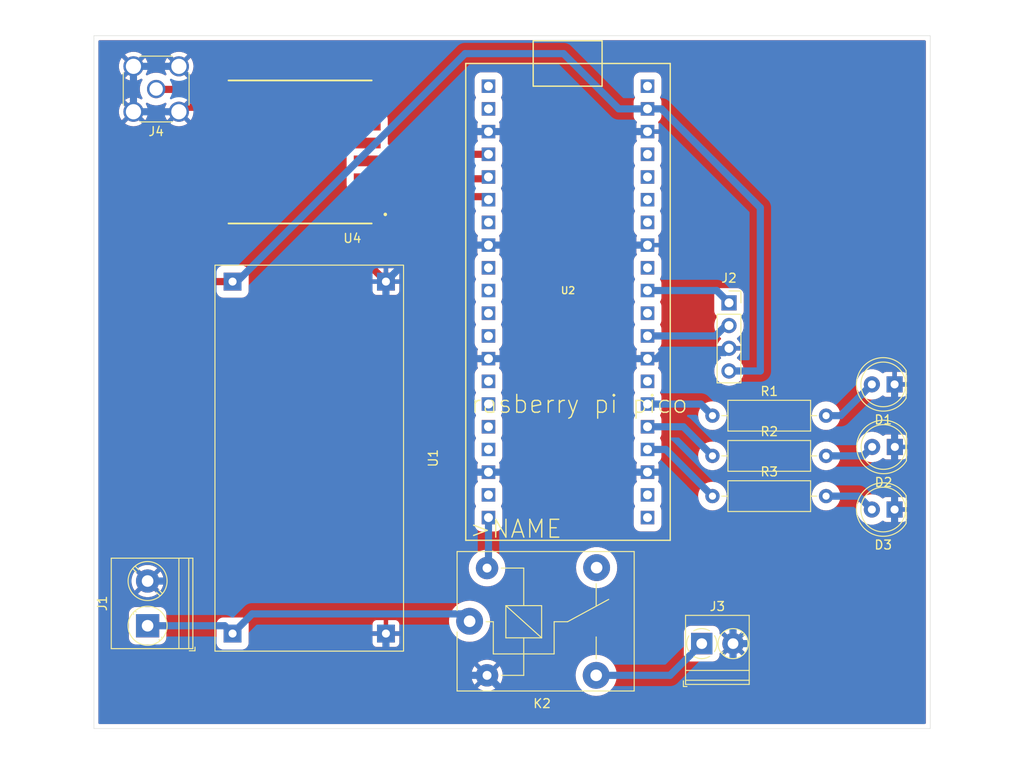
<source format=kicad_pcb>
(kicad_pcb (version 20240108) (generator "pcbnew") (generator_version "8.0")
  (layers (0 "F.Cu" signal) (31 "B.Cu" signal) (34 "B.Paste" user) (35 "F.Paste" user) (36 "B.SilkS" user "B.Silkscreen") (37 "F.SilkS" user "F.Silkscreen") (38 "B.Mask" user) (39 "F.Mask" user) (44 "Edge.Cuts" user))
  (net 0 "")
  (net 1 "GND")
  (net 2 "Net-(D1-A)")
  (net 3 "Net-(D2-A)")
  (net 4 "Net-(D3-A)")
  (net 5 "+12V")
  (net 6 "D0")
  (net 7 "+3.3V")
  (net 8 "A0")
  (net 9 "Pump active")
  (net 10 "Net-(J4-In)")
  (net 11 "RelayON")
  (net 12 "MoistureOK")
  (net 13 "MoistureLOW")
  (net 16 "SCK")
  (net 17 "MOSI")
  (net 19 "NSS")
  (net 20 "MISO")
  (net 39 "RESET")
  (net 42 "IrrigON")
  (footprint "Connector_Coaxial:SMA_Amphenol_132134_Vertical" (layer "F.Cu") (at 91.96 48.96 180)
    (property "Reference" "J4" (at 0 -4.75 180) (layer "F.SilkS"))
    (property "Value" "Conn_Coaxial")
    (fp_line (start 3.68 -1.8) (end 3.68 1.8) (stroke (width 0.12)) (layer "F.SilkS"))
    (fp_line (start -1.8 3.68) (end 1.8 3.68) (stroke (width 0.12)) (layer "F.SilkS"))
    (fp_line (start -1.8 -3.68) (end 1.8 -3.68) (stroke (width 0.12)) (layer "F.SilkS"))
    (fp_line (start -3.68 -1.8) (end -3.68 1.8) (stroke (width 0.12)) (layer "F.SilkS"))
    (pad "1" thru_hole circle (at 0 0 180) (size 2.05 2.05) (drill 1.5) (layers "*.Cu" "*.Mask") (net 10 "Net-(J4-In)"))
    (pad "2" thru_hole circle (at -2.54 -2.54 180) (size 2.25 2.25) (drill 1.7) (layers "*.Cu" "*.Mask") (net 1 "GND"))
    (pad "2" thru_hole circle (at -2.54 2.54 180) (size 2.25 2.25) (drill 1.7) (layers "*.Cu" "*.Mask") (net 1 "GND"))
    (pad "2" thru_hole circle (at 2.54 -2.54 180) (size 2.25 2.25) (drill 1.7) (layers "*.Cu" "*.Mask") (net 1 "GND"))
    (pad "2" thru_hole circle (at 2.54 2.54 180) (size 2.25 2.25) (drill 1.7) (layers "*.Cu" "*.Mask") (net 1 "GND"))
  )
  (footprint "LED_THT:LED_D5.0mm_Clear" (layer "F.Cu") (at 174.54 89 180)
    (property "Reference" "D2" (at 1.27 -3.96 180) (layer "F.SilkS"))
    (property "Value" "Good moisture LED")
    (fp_line (start -1.29 -1.545) (end -1.29 1.545) (stroke (width 0.12)) (layer "F.SilkS"))
    (fp_arc (start 4.26 -0.000462) (mid 2.072002 2.880433) (end -1.29 1.54483) (stroke (width 0.12)) (layer "F.SilkS"))
    (fp_arc (start -1.29 -1.54483) (mid 2.072002 -2.880433) (end 4.26 0.000462) (stroke (width 0.12)) (layer "F.SilkS"))
    (fp_circle (center 1.27 0) (end 3.77 0) (stroke (width 0.12)) (fill none) (layer "F.SilkS"))
    (pad "1" thru_hole rect (at 0 0 180) (size 1.8 1.8) (drill 0.9) (layers "*.Cu" "*.Mask") (net 1 "GND"))
    (pad "2" thru_hole circle (at 2.54 0 180) (size 1.8 1.8) (drill 0.9) (layers "*.Cu" "*.Mask") (net 3 "Net-(D2-A)"))
  )
  (footprint "LED_THT:LED_D5.0mm_Clear" (layer "F.Cu") (at 174.51 82 180)
    (property "Reference" "D1" (at 1.27 -3.96 180) (layer "F.SilkS"))
    (property "Value" "irrigating LED")
    (fp_line (start -1.29 -1.545) (end -1.29 1.545) (stroke (width 0.12)) (layer "F.SilkS"))
    (fp_arc (start 4.26 -0.000462) (mid 2.072002 2.880433) (end -1.29 1.54483) (stroke (width 0.12)) (layer "F.SilkS"))
    (fp_arc (start -1.29 -1.54483) (mid 2.072002 -2.880433) (end 4.26 0.000462) (stroke (width 0.12)) (layer "F.SilkS"))
    (fp_circle (center 1.27 0) (end 3.77 0) (stroke (width 0.12)) (fill none) (layer "F.SilkS"))
    (pad "1" thru_hole rect (at 0 0 180) (size 1.8 1.8) (drill 0.9) (layers "*.Cu" "*.Mask") (net 1 "GND"))
    (pad "2" thru_hole circle (at 2.54 0 180) (size 1.8 1.8) (drill 0.9) (layers "*.Cu" "*.Mask") (net 2 "Net-(D1-A)"))
  )
  (footprint "TerminalBlock_Phoenix:TerminalBlock_Phoenix_PT-1,5-2-3.5-H_1x02_P3.50mm_Horizontal" (layer "F.Cu") (at 152.95 111)
    (property "Reference" "J3" (at 1.75 -4.16 0) (layer "F.SilkS"))
    (property "Value" "WaterPump connector")
    (fp_line (start -2.05 4.16) (end -2.05 4.8) (stroke (width 0.12)) (layer "F.SilkS"))
    (fp_line (start -2.05 4.8) (end -1.65 4.8) (stroke (width 0.12)) (layer "F.SilkS"))
    (fp_line (start -1.81 -3.16) (end -1.81 4.56) (stroke (width 0.12)) (layer "F.SilkS"))
    (fp_line (start -1.81 -3.16) (end 5.31 -3.16) (stroke (width 0.12)) (layer "F.SilkS"))
    (fp_line (start -1.81 3) (end 5.31 3) (stroke (width 0.12)) (layer "F.SilkS"))
    (fp_line (start -1.81 4.1) (end 5.31 4.1) (stroke (width 0.12)) (layer "F.SilkS"))
    (fp_line (start -1.81 4.56) (end 5.31 4.56) (stroke (width 0.12)) (layer "F.SilkS"))
    (fp_line (start 2.355 0.941) (end 2.226 1.069) (stroke (width 0.12)) (layer "F.SilkS"))
    (fp_line (start 2.525 1.181) (end 2.431 1.274) (stroke (width 0.12)) (layer "F.SilkS"))
    (fp_line (start 4.57 -1.275) (end 4.476 -1.181) (stroke (width 0.12)) (layer "F.SilkS"))
    (fp_line (start 4.775 -1.069) (end 4.646 -0.941) (stroke (width 0.12)) (layer "F.SilkS"))
    (fp_line (start 5.31 -3.16) (end 5.31 4.56) (stroke (width 0.12)) (layer "F.SilkS"))
    (fp_arc (start -1.425358 0.889894) (mid -1.680286 0.014012) (end -1.44 -0.866) (stroke (width 0.12)) (layer "F.SilkS"))
    (fp_arc (start -0.889894 -1.425358) (mid -0.014012 -1.680286) (end 0.866 -1.44) (stroke (width 0.12)) (layer "F.SilkS"))
    (fp_arc (start 0.028674 1.680099) (mid -0.435535 1.622918) (end -0.866 1.44) (stroke (width 0.12)) (layer "F.SilkS"))
    (fp_arc (start 0.890264 1.424721) (mid 0.463071 1.61492) (end 0 1.68) (stroke (width 0.12)) (layer "F.SilkS"))
    (fp_arc (start 1.425504 -0.890193) (mid 1.680626 0.000476) (end 1.425 0.891) (stroke (width 0.12)) (layer "F.SilkS"))
    (fp_circle (center 3.5 0) (end 5.18 0) (stroke (width 0.12)) (fill none) (layer "F.SilkS"))
    (pad "1" thru_hole rect (at 0 0) (size 2.4 2.4) (drill 1.2) (layers "*.Cu" "*.Mask") (net 9 "Pump active"))
    (pad "2" thru_hole circle (at 3.5 0) (size 2.4 2.4) (drill 1.2) (layers "*.Cu" "*.Mask") (net 1 "GND"))
  )
  (footprint "TerminalBlock_Phoenix:TerminalBlock_Phoenix_PT-1,5-2-5.0-H_1x02_P5.00mm_Horizontal" (layer "F.Cu") (at 91 109 90)
    (property "Reference" "J1" (at 2.5 -5.06 -90) (layer "F.SilkS"))
    (property "Value" "12VIN")
    (fp_line (start 7.56 -4.06) (end 7.56 5.06) (stroke (width 0.12)) (layer "F.SilkS"))
    (fp_line (start -2.56 -4.06) (end 7.56 -4.06) (stroke (width 0.12)) (layer "F.SilkS"))
    (fp_line (start -2.56 -4.06) (end -2.56 5.06) (stroke (width 0.12)) (layer "F.SilkS"))
    (fp_line (start 6.388 -1.654) (end 6.008 -1.274) (stroke (width 0.12)) (layer "F.SilkS"))
    (fp_line (start 1.388 -1.654) (end 1.281 -1.547) (stroke (width 0.12)) (layer "F.SilkS"))
    (fp_line (start 6.654 -1.388) (end 6.259 -0.992) (stroke (width 0.12)) (layer "F.SilkS"))
    (fp_line (start 1.654 -1.388) (end 1.547 -1.281) (stroke (width 0.12)) (layer "F.SilkS"))
    (fp_line (start 3.742 0.992) (end 3.347 1.388) (stroke (width 0.12)) (layer "F.SilkS"))
    (fp_line (start 3.993 1.274) (end 3.613 1.654) (stroke (width 0.12)) (layer "F.SilkS"))
    (fp_line (start -1.548 1.281) (end -1.654 1.388) (stroke (width 0.12)) (layer "F.SilkS"))
    (fp_line (start -1.282 1.547) (end -1.388 1.654) (stroke (width 0.12)) (layer "F.SilkS"))
    (fp_line (start -2.56 3.5) (end 7.56 3.5) (stroke (width 0.12)) (layer "F.SilkS"))
    (fp_line (start -2.56 4.6) (end 7.56 4.6) (stroke (width 0.12)) (layer "F.SilkS"))
    (fp_line (start -2.8 4.66) (end -2.8 5.3) (stroke (width 0.12)) (layer "F.SilkS"))
    (fp_line (start -2.56 5.06) (end 7.56 5.06) (stroke (width 0.12)) (layer "F.SilkS"))
    (fp_line (start -2.8 5.3) (end -2.4 5.3) (stroke (width 0.12)) (layer "F.SilkS"))
    (fp_circle (center 5 0) (end 7.18 0) (stroke (width 0.12)) (fill none) (layer "F.SilkS"))
    (fp_circle (center 0 0) (end 2.18 0) (stroke (width 0.12)) (fill none) (layer "F.SilkS"))
    (pad "1" thru_hole rect (at 0 0 90) (size 2.6 2.6) (drill 1.3) (layers "*.Cu" "*.Mask") (net 5 "+12V"))
    (pad "2" thru_hole circle (at 5 0 90) (size 2.6 2.6) (drill 1.3) (layers "*.Cu" "*.Mask") (net 1 "GND"))
  )
  (footprint "Resistor_THT:R_Axial_DIN0309_L9.0mm_D3.2mm_P12.70mm_Horizontal" (layer "F.Cu") (at 154.15 90)
    (property "Reference" "R2" (at 6.35 -2.72 0) (layer "F.SilkS"))
    (property "Value" "10k")
    (fp_line (start 1.04 0) (end 1.73 0) (stroke (width 0.12)) (layer "F.SilkS"))
    (fp_line (start 1.73 -1.72) (end 1.73 1.72) (stroke (width 0.12)) (layer "F.SilkS"))
    (fp_line (start 1.73 1.72) (end 10.97 1.72) (stroke (width 0.12)) (layer "F.SilkS"))
    (fp_line (start 10.97 -1.72) (end 1.73 -1.72) (stroke (width 0.12)) (layer "F.SilkS"))
    (fp_line (start 10.97 1.72) (end 10.97 -1.72) (stroke (width 0.12)) (layer "F.SilkS"))
    (fp_line (start 11.66 0) (end 10.97 0) (stroke (width 0.12)) (layer "F.SilkS"))
    (pad "1" thru_hole circle (at 0 0) (size 1.6 1.6) (drill 0.8) (layers "*.Cu" "*.Mask") (net 12 "MoistureOK"))
    (pad "2" thru_hole oval (at 12.7 0) (size 1.6 1.6) (drill 0.8) (layers "*.Cu" "*.Mask") (net 3 "Net-(D2-A)"))
  )
  (footprint "My_Footprints:LM2596_Buck converter" (layer "F.Cu") (at 123.4235 90.2515 90)
    (property "Reference" "U1" (at 0 -0.5 90) (layer "F.SilkS"))
    (property "Value" "LM2596_buck_converter")
    (fp_rect (start -21.59 -24.892) (end 21.59 -3.81) (stroke (width 0.12)) (fill none) (layer "F.SilkS"))
    (pad "1" thru_hole rect (at -19.6215 -22.9235 90) (size 2 2) (drill 0.9) (layers "*.Cu" "*.Mask") (net 5 "+12V"))
    (pad "2" thru_hole rect (at -19.6215 -5.7785 90) (size 2 2) (drill 0.9) (layers "*.Cu" "*.Mask") (net 1 "GND"))
    (pad "3" thru_hole rect (at 19.7485 -5.7785 90) (size 2 2) (drill 0.9) (layers "*.Cu" "*.Mask") (net 1 "GND"))
    (pad "4" thru_hole rect (at 19.7485 -22.9235 90) (size 2 2) (drill 0.9) (layers "*.Cu" "*.Mask") (net 7 "+3.3V"))
  )
  (footprint "RASPBERRY_PI_PICO:RASPBERRY_PI_PICO" (layer "F.Cu") (at 138 71.5)
    (property "Reference" "U2" (at 0 0 0) (layer "F.SilkS") (effects (font (size 0.787402 0.787402))))
    (property "Value" "RASPBERRY_PI_PICO")
    (fp_line (start -11.43 -25.4) (end -11.43 27.94) (stroke (width 0.1524)) (layer "F.SilkS"))
    (fp_line (start -11.43 27.94) (end 11.43 27.94) (stroke (width 0.1524)) (layer "F.SilkS"))
    (fp_line (start -3.89331 -27.94) (end -3.89331 -22.86) (stroke (width 0.1524)) (layer "F.SilkS"))
    (fp_line (start -3.89331 -22.86) (end 3.81 -22.86) (stroke (width 0.1524)) (layer "F.SilkS"))
    (fp_line (start 3.81 -27.94) (end -3.89331 -27.94) (stroke (width 0.1524)) (layer "F.SilkS"))
    (fp_line (start 3.81 -22.86) (end 3.81 -27.94) (stroke (width 0.1524)) (layer "F.SilkS"))
    (fp_line (start 11.43 -25.4) (end -11.43 -25.4) (stroke (width 0.1524)) (layer "F.SilkS"))
    (fp_line (start 11.43 27.94) (end 11.43 -25.4) (stroke (width 0.1524)) (layer "F.SilkS"))
    (fp_text user "rasberry pi pico" (at 1.27 12.7 0) (layer "F.SilkS") (effects (font (size 2 2))))
    (fp_text user ">NAME " (at -5.08 26.67 0) (layer "F.SilkS") (effects (font (size 2 2))))
    (pad "3V3" thru_hole rect (at 8.89 -12.7) (size 1.508 1.508) (drill 1) (layers "*.Cu" "*.Mask"))
    (pad "3V3_EN" thru_hole rect (at 8.89 -15.24) (size 1.508 1.508) (drill 1) (layers "*.Cu" "*.Mask"))
    (pad "ADC_VREF" thru_hole rect (at 8.89 -10.16) (size 1.508 1.508) (drill 1) (layers "*.Cu" "*.Mask"))
    (pad "AGND" thru_hole rect (at 8.89 -5.08) (size 1.508 1.508) (drill 1) (layers "*.Cu" "*.Mask") (net 1 "GND"))
    (pad "GND" thru_hole rect (at 8.89 -17.78) (size 1.508 1.508) (drill 1) (layers "*.Cu" "*.Mask") (net 1 "GND"))
    (pad "GND2" thru_hole rect (at 8.89 7.62) (size 1.508 1.508) (drill 1) (layers "*.Cu" "*.Mask") (net 1 "GND"))
    (pad "GND3" thru_hole rect (at 8.89 20.32) (size 1.508 1.508) (drill 1) (layers "*.Cu" "*.Mask") (net 1 "GND"))
    (pad "GND4" thru_hole rect (at -8.89 -17.78) (size 1.508 1.508) (drill 1) (layers "*.Cu" "*.Mask") (net 1 "GND"))
    (pad "GND5" thru_hole rect (at -8.89 -5.08) (size 1.508 1.508) (drill 1) (layers "*.Cu" "*.Mask") (net 1 "GND"))
    (pad "GND6" thru_hole rect (at -8.89 7.62) (size 1.508 1.508) (drill 1) (layers "*.Cu" "*.Mask") (net 1 "GND"))
    (pad "GND7" thru_hole rect (at -8.89 20.32) (size 1.508 1.508) (drill 1) (layers "*.Cu" "*.Mask") (net 1 "GND"))
    (pad "GP0" thru_hole rect (at -8.89 -22.86) (size 1.508 1.508) (drill 1) (layers "*.Cu" "*.Mask"))
    (pad "GP1" thru_hole rect (at -8.89 -20.32) (size 1.508 1.508) (drill 1) (layers "*.Cu" "*.Mask"))
    (pad "GP2" thru_hole rect (at -8.89 -15.24) (size 1.508 1.508) (drill 1) (layers "*.Cu" "*.Mask") (net 16 "SCK"))
    (pad "GP3" thru_hole rect (at -8.89 -12.7) (size 1.508 1.508) (drill 1) (layers "*.Cu" "*.Mask") (net 17 "MOSI"))
    (pad "GP4" thru_hole rect (at -8.89 -10.16) (size 1.508 1.508) (drill 1) (layers "*.Cu" "*.Mask") (net 20 "MISO"))
    (pad "GP5" thru_hole rect (at -8.89 -7.62) (size 1.508 1.508) (drill 1) (layers "*.Cu" "*.Mask") (net 19 "NSS"))
    (pad "GP6" thru_hole rect (at -8.89 -2.54) (size 1.508 1.508) (drill 1) (layers "*.Cu" "*.Mask"))
    (pad "GP7" thru_hole rect (at -8.89 0) (size 1.508 1.508) (drill 1) (layers "*.Cu" "*.Mask"))
    (pad "GP8" thru_hole rect (at -8.89 2.54) (size 1.508 1.508) (drill 1) (layers "*.Cu" "*.Mask"))
    (pad "GP9" thru_hole rect (at -8.89 5.08) (size 1.508 1.508) (drill 1) (layers "*.Cu" "*.Mask"))
    (pad "GP10" thru_hole rect (at -8.89 10.16) (size 1.508 1.508) (drill 1) (layers "*.Cu" "*.Mask"))
    (pad "GP11" thru_hole rect (at -8.89 12.7) (size 1.508 1.508) (drill 1) (layers "*.Cu" "*.Mask"))
    (pad "GP12" thru_hole rect (at -8.89 15.24) (size 1.508 1.508) (drill 1) (layers "*.Cu" "*.Mask"))
    (pad "GP13" thru_hole rect (at -8.89 17.78) (size 1.508 1.508) (drill 1) (layers "*.Cu" "*.Mask"))
    (pad "GP14" thru_hole rect (at -8.89 22.86) (size 1.508 1.508) (drill 1) (layers "*.Cu" "*.Mask"))
    (pad "GP15" thru_hole rect (at -8.89 25.4) (size 1.508 1.508) (drill 1) (layers "*.Cu" "*.Mask") (net 11 "RelayON"))
    (pad "GP16" thru_hole rect (at 8.89 25.4) (size 1.508 1.508) (drill 1) (layers "*.Cu" "*.Mask"))
    (pad "GP17" thru_hole rect (at 8.89 22.86) (size 1.508 1.508) (drill 1) (layers "*.Cu" "*.Mask"))
    (pad "GP18" thru_hole rect (at 8.89 17.78) (size 1.508 1.508) (drill 1) (layers "*.Cu" "*.Mask") (net 13 "MoistureLOW"))
    (pad "GP19" thru_hole rect (at 8.89 15.24) (size 1.508 1.508) (drill 1) (layers "*.Cu" "*.Mask") (net 12 "MoistureOK"))
    (pad "GP20" thru_hole rect (at 8.89 12.7) (size 1.508 1.508) (drill 1) (layers "*.Cu" "*.Mask") (net 42 "IrrigON"))
    (pad "GP21" thru_hole rect (at 8.89 10.16) (size 1.508 1.508) (drill 1) (layers "*.Cu" "*.Mask"))
    (pad "GP22" thru_hole rect (at 8.89 5.08) (size 1.508 1.508) (drill 1) (layers "*.Cu" "*.Mask") (net 6 "D0"))
    (pad "GP26_A0" thru_hole rect (at 8.89 0) (size 1.508 1.508) (drill 1) (layers "*.Cu" "*.Mask") (net 8 "A0"))
    (pad "GP27_A1" thru_hole rect (at 8.89 -2.54) (size 1.508 1.508) (drill 1) (layers "*.Cu" "*.Mask"))
    (pad "GP28_A2" thru_hole rect (at 8.89 -7.62) (size 1.508 1.508) (drill 1) (layers "*.Cu" "*.Mask"))
    (pad "RUN" thru_hole rect (at 8.89 2.54) (size 1.508 1.508) (drill 1) (layers "*.Cu" "*.Mask"))
    (pad "VBUS" thru_hole rect (at 8.89 -22.86) (size 1.508 1.508) (drill 1) (layers "*.Cu" "*.Mask"))
    (pad "VSYS" thru_hole rect (at 8.89 -20.32) (size 1.508 1.508) (drill 1) (layers "*.Cu" "*.Mask") (net 7 "+3.3V"))
  )
  (footprint "Connector_PinSocket_2.54mm:PinSocket_1x04_P2.54mm_Vertical" (layer "F.Cu") (at 156 72.88)
    (property "Reference" "J2" (at 0 -2.77 0) (layer "F.SilkS"))
    (property "Value" "SoilMoisture sensor")
    (fp_line (start -1.33 1.27) (end -1.33 8.95) (stroke (width 0.12)) (layer "F.SilkS"))
    (fp_line (start -1.33 1.27) (end 1.33 1.27) (stroke (width 0.12)) (layer "F.SilkS"))
    (fp_line (start -1.33 8.95) (end 1.33 8.95) (stroke (width 0.12)) (layer "F.SilkS"))
    (fp_line (start 0 -1.33) (end 1.33 -1.33) (stroke (width 0.12)) (layer "F.SilkS"))
    (fp_line (start 1.33 -1.33) (end 1.33 0) (stroke (width 0.12)) (layer "F.SilkS"))
    (fp_line (start 1.33 1.27) (end 1.33 8.95) (stroke (width 0.12)) (layer "F.SilkS"))
    (pad "1" thru_hole rect (at 0 0) (size 1.7 1.7) (drill 1) (layers "*.Cu" "*.Mask") (net 8 "A0"))
    (pad "2" thru_hole oval (at 0 2.54) (size 1.7 1.7) (drill 1) (layers "*.Cu" "*.Mask") (net 6 "D0"))
    (pad "3" thru_hole oval (at 0 5.08) (size 1.7 1.7) (drill 1) (layers "*.Cu" "*.Mask") (net 1 "GND"))
    (pad "4" thru_hole oval (at 0 7.62) (size 1.7 1.7) (drill 1) (layers "*.Cu" "*.Mask") (net 7 "+3.3V"))
  )
  (footprint "Relay_THT:Relay_SPDT_SANYOU_SRD_Series_Form_C" (layer "F.Cu") (at 127 108.5)
    (property "Reference" "K2" (at 8.1 9.2 0) (layer "F.SilkS"))
    (property "Value" "SANYOU_SRD_Form_C")
    (fp_line (start -1.4 -7.8) (end -1.4 -1.2) (stroke (width 0.12)) (layer "F.SilkS"))
    (fp_line (start -1.4 -7.8) (end 18.4 -7.8) (stroke (width 0.12)) (layer "F.SilkS"))
    (fp_line (start -1.4 1.2) (end -1.4 7.8) (stroke (width 0.12)) (layer "F.SilkS"))
    (fp_line (start 2.65 0.05) (end 1.85 0.05) (stroke (width 0.12)) (layer "F.SilkS"))
    (fp_line (start 2.65 0.05) (end 2.65 3.65) (stroke (width 0.12)) (layer "F.SilkS"))
    (fp_line (start 3.55 6.05) (end 6.05 6.05) (stroke (width 0.12)) (layer "F.SilkS"))
    (fp_line (start 4.05 -1.75) (end 8.05 -1.75) (stroke (width 0.12)) (layer "F.SilkS"))
    (fp_line (start 4.05 1.85) (end 4.05 -1.75) (stroke (width 0.12)) (layer "F.SilkS"))
    (fp_line (start 6.05 -5.95) (end 3.55 -5.95) (stroke (width 0.12)) (layer "F.SilkS"))
    (fp_line (start 6.05 -5.95) (end 6.05 -1.75) (stroke (width 0.12)) (layer "F.SilkS"))
    (fp_line (start 6.05 1.85) (end 6.05 6.05) (stroke (width 0.12)) (layer "F.SilkS"))
    (fp_line (start 8.05 -1.75) (end 8.05 1.85) (stroke (width 0.12)) (layer "F.SilkS"))
    (fp_line (start 8.05 1.85) (end 4.05 -1.75) (stroke (width 0.12)) (layer "F.SilkS"))
    (fp_line (start 8.05 1.85) (end 4.05 1.85) (stroke (width 0.12)) (layer "F.SilkS"))
    (fp_line (start 9.45 0.05) (end 9.45 3.65) (stroke (width 0.12)) (layer "F.SilkS"))
    (fp_line (start 9.45 0.05) (end 10.95 0.05) (stroke (width 0.12)) (layer "F.SilkS"))
    (fp_line (start 9.45 3.65) (end 2.65 3.65) (stroke (width 0.12)) (layer "F.SilkS"))
    (fp_line (start 10.95 0.05) (end 15.55 -2.45) (stroke (width 0.12)) (layer "F.SilkS"))
    (fp_line (start 14.15 -4.2) (end 14.15 -1.7) (stroke (width 0.12)) (layer "F.SilkS"))
    (fp_line (start 14.15 4.2) (end 14.15 1.75) (stroke (width 0.12)) (layer "F.SilkS"))
    (fp_line (start 18.4 -7.8) (end 18.4 7.8) (stroke (width 0.12)) (layer "F.SilkS"))
    (fp_line (start 18.4 7.8) (end -1.4 7.8) (stroke (width 0.12)) (layer "F.SilkS"))
    (pad "1" thru_hole circle (at 0 0 90) (size 3 3) (drill 1.3) (layers "*.Cu" "*.Mask") (net 5 "+12V"))
    (pad "2" thru_hole circle (at 1.95 6.05 90) (size 2.5 2.5) (drill 1) (layers "*.Cu" "*.Mask") (net 1 "GND"))
    (pad "3" thru_hole circle (at 14.15 6.05 90) (size 3 3) (drill 1.3) (layers "*.Cu" "*.Mask") (net 9 "Pump active"))
    (pad "4" thru_hole circle (at 14.2 -6 90) (size 3 3) (drill 1.3) (layers "*.Cu" "*.Mask"))
    (pad "5" thru_hole circle (at 1.95 -5.95 90) (size 2.5 2.5) (drill 1) (layers "*.Cu" "*.Mask") (net 11 "RelayON"))
  )
  (footprint "My_Footprints:RFM69HCW LoRa module" (layer "F.Cu") (at 108.05 56 180)
    (property "Reference" "U4" (at -5.84038 -9.6604 180) (layer "F.SilkS") (effects (font (size 1.00263 1.00263))))
    (property "Value" "RFM69HCW LoRa module")
    (fp_line (start 8 8) (end -8 8) (stroke (width 0.2032)) (layer "F.SilkS"))
    (fp_line (start -8 -8) (end 8 -8) (stroke (width 0.2032)) (layer "F.SilkS"))
    (fp_circle (center -9.525 -6.985) (end -9.425 -6.985) (stroke (width 0.2)) (fill none) (layer "F.SilkS"))
    (pad "1" smd rect (at -7.5 -7 180) (size 3 1.2) (layers "F.Cu" "F.Paste" "F.Mask") (net 1 "GND"))
    (pad "2" smd rect (at -7.5 -5 180) (size 3 1.2) (layers "F.Cu" "F.Paste" "F.Mask") (net 20 "MISO"))
    (pad "3" smd rect (at -7.5 -3 180) (size 3 1.2) (layers "F.Cu" "F.Paste" "F.Mask") (net 17 "MOSI"))
    (pad "4" smd rect (at -7.5 -1 180) (size 3 1.2) (layers "F.Cu" "F.Paste" "F.Mask") (net 16 "SCK"))
    (pad "5" smd rect (at -7.5 1 180) (size 3 1.2) (layers "F.Cu" "F.Paste" "F.Mask") (net 19 "NSS"))
    (pad "6" smd rect (at -7.5 3 180) (size 3 1.2) (layers "F.Cu" "F.Paste" "F.Mask") (net 39 "RESET"))
    (pad "7" smd rect (at -7.5 5 180) (size 3 1.2) (layers "F.Cu" "F.Paste" "F.Mask"))
    (pad "8" smd rect (at -7.5 7 180) (size 3 1.2) (layers "F.Cu" "F.Paste" "F.Mask") (net 1 "GND"))
    (pad "9" smd rect (at 7.5 7 180) (size 3 1.2) (layers "F.Cu" "F.Paste" "F.Mask") (net 10 "Net-(J4-In)"))
    (pad "10" smd rect (at 7.5 5 180) (size 3 1.2) (layers "F.Cu" "F.Paste" "F.Mask") (net 1 "GND"))
    (pad "11" smd rect (at 7.5 3 180) (size 3 1.2) (layers "F.Cu" "F.Paste" "F.Mask"))
    (pad "12" smd rect (at 7.5 1 180) (size 3 1.2) (layers "F.Cu" "F.Paste" "F.Mask"))
    (pad "13" smd rect (at 7.5 -1 180) (size 3 1.2) (layers "F.Cu" "F.Paste" "F.Mask") (net 7 "+3.3V"))
    (pad "14" smd rect (at 7.5 -3 180) (size 3 1.2) (layers "F.Cu" "F.Paste" "F.Mask"))
    (pad "15" smd rect (at 7.5 -5 180) (size 3 1.2) (layers "F.Cu" "F.Paste" "F.Mask"))
    (pad "16" smd rect (at 7.5 -7 180) (size 3 1.2) (layers "F.Cu" "F.Paste" "F.Mask"))
  )
  (footprint "Resistor_THT:R_Axial_DIN0309_L9.0mm_D3.2mm_P12.70mm_Horizontal" (layer "F.Cu") (at 154.15 94.5)
    (property "Reference" "R3" (at 6.35 -2.72 0) (layer "F.SilkS"))
    (property "Value" "10k")
    (fp_line (start 1.04 0) (end 1.73 0) (stroke (width 0.12)) (layer "F.SilkS"))
    (fp_line (start 1.73 -1.72) (end 1.73 1.72) (stroke (width 0.12)) (layer "F.SilkS"))
    (fp_line (start 1.73 1.72) (end 10.97 1.72) (stroke (width 0.12)) (layer "F.SilkS"))
    (fp_line (start 10.97 -1.72) (end 1.73 -1.72) (stroke (width 0.12)) (layer "F.SilkS"))
    (fp_line (start 10.97 1.72) (end 10.97 -1.72) (stroke (width 0.12)) (layer "F.SilkS"))
    (fp_line (start 11.66 0) (end 10.97 0) (stroke (width 0.12)) (layer "F.SilkS"))
    (pad "1" thru_hole circle (at 0 0) (size 1.6 1.6) (drill 0.8) (layers "*.Cu" "*.Mask") (net 13 "MoistureLOW"))
    (pad "2" thru_hole oval (at 12.7 0) (size 1.6 1.6) (drill 0.8) (layers "*.Cu" "*.Mask") (net 4 "Net-(D3-A)"))
  )
  (footprint "Resistor_THT:R_Axial_DIN0309_L9.0mm_D3.2mm_P12.70mm_Horizontal" (layer "F.Cu") (at 154.15 85.5)
    (property "Reference" "R1" (at 6.35 -2.72 0) (layer "F.SilkS"))
    (property "Value" "10k")
    (fp_line (start 1.04 0) (end 1.73 0) (stroke (width 0.12)) (layer "F.SilkS"))
    (fp_line (start 1.73 -1.72) (end 1.73 1.72) (stroke (width 0.12)) (layer "F.SilkS"))
    (fp_line (start 1.73 1.72) (end 10.97 1.72) (stroke (width 0.12)) (layer "F.SilkS"))
    (fp_line (start 10.97 -1.72) (end 1.73 -1.72) (stroke (width 0.12)) (layer "F.SilkS"))
    (fp_line (start 10.97 1.72) (end 10.97 -1.72) (stroke (width 0.12)) (layer "F.SilkS"))
    (fp_line (start 11.66 0) (end 10.97 0) (stroke (width 0.12)) (layer "F.SilkS"))
    (pad "1" thru_hole circle (at 0 0) (size 1.6 1.6) (drill 0.8) (layers "*.Cu" "*.Mask") (net 42 "IrrigON"))
    (pad "2" thru_hole oval (at 12.7 0) (size 1.6 1.6) (drill 0.8) (layers "*.Cu" "*.Mask") (net 2 "Net-(D1-A)"))
  )
  (footprint "LED_THT:LED_D5.0mm_Clear" (layer "F.Cu") (at 174.51 96 180)
    (property "Reference" "D3" (at 1.27 -3.96 180) (layer "F.SilkS"))
    (property "Value" "low moisture LED")
    (fp_line (start -1.29 -1.545) (end -1.29 1.545) (stroke (width 0.12)) (layer "F.SilkS"))
    (fp_arc (start 4.26 -0.000462) (mid 2.072002 2.880433) (end -1.29 1.54483) (stroke (width 0.12)) (layer "F.SilkS"))
    (fp_arc (start -1.29 -1.54483) (mid 2.072002 -2.880433) (end 4.26 0.000462) (stroke (width 0.12)) (layer "F.SilkS"))
    (fp_circle (center 1.27 0) (end 3.77 0) (stroke (width 0.12)) (fill none) (layer "F.SilkS"))
    (pad "1" thru_hole rect (at 0 0 180) (size 1.8 1.8) (drill 0.9) (layers "*.Cu" "*.Mask") (net 1 "GND"))
    (pad "2" thru_hole circle (at 2.54 0 180) (size 1.8 1.8) (drill 0.9) (layers "*.Cu" "*.Mask") (net 4 "Net-(D3-A)"))
  )
  (gr_line (start 85 43) (end 178.5 43) (stroke (width 0.05)) (layer "Edge.Cuts"))
  (gr_line (start 85 120.5) (end 85 43) (stroke (width 0.05)) (layer "Edge.Cuts"))
  (gr_line (start 178.5 120.5) (end 85 120.5) (stroke (width 0.05)) (layer "Edge.Cuts"))
  (gr_line (start 178.5 43) (end 178.5 119) (stroke (width 0.05)) (layer "Edge.Cuts"))
  (gr_line (start 178.5 119) (end 178.5 120.5) (stroke (width 0.05)) (layer "Edge.Cuts"))
  (segment (start 113.05 63) (end 107 56.95) (width 0.8) (layer "F.Cu") (net 1))
  (segment (start 115.55 68.408) (end 117.645 70.503) (width 0.8) (layer "F.Cu") (net 1))
  (segment (start 100.55 51) (end 95 51) (width 0.8) (layer "F.Cu") (net 1))
  (segment (start 107 56.95) (end 107 51) (width 0.8) (layer "F.Cu") (net 1))
  (segment (start 115.55 49) (end 109 49) (width 0.8) (layer "F.Cu") (net 1))
  (segment (start 115.55 63) (end 113.05 63) (width 0.8) (layer "F.Cu") (net 1))
  (segment (start 107 51) (end 100.55 51) (width 0.8) (layer "F.Cu") (net 1))
  (segment (start 115.55 63) (end 115.55 68.408) (width 0.8) (layer "F.Cu") (net 1))
  (segment (start 109 49) (end 107 51) (width 0.8) (layer "F.Cu") (net 1))
  (segment (start 95 51) (end 94.5 51.5) (width 0.8) (layer "F.Cu") (net 1))
  (segment (start 155.51 78.45) (end 156 77.96) (width 0.8) (layer "B.Cu") (net 1))
  (segment (start 117.645 109.873) (end 117.645 114.645) (width 0.8) (layer "B.Cu") (net 1))
  (segment (start 117.645 114.645) (end 118 115) (width 0.8) (layer "B.Cu") (net 1))
  (segment (start 152.5 96.406) (end 150.943629 94.849629) (width 0.8) (layer "B.Cu") (net 1))
  (segment (start 118 115) (end 118.45 114.55) (width 0.8) (layer "B.Cu") (net 1))
  (segment (start 125.5 66.42) (end 121.728 66.42) (width 0.8) (layer "B.Cu") (net 1))
  (segment (start 121.728 66.42) (end 117.645 70.503) (width 0.8) (layer "B.Cu") (net 1))
  (segment (start 132 117.6) (end 132 118.5) (width 0.8) (layer "B.Cu") (net 1))
  (segment (start 132 118.5) (end 156 118.5) (width 0.8) (layer "B.Cu") (net 1))
  (segment (start 154.321572 97.5) (end 152.5 97.5) (width 0.8) (layer "B.Cu") (net 1))
  (segment (start 94.5 51.5) (end 89.42 51.5) (width 0.8) (layer "B.Cu") (net 1))
  (segment (start 156.45 99.628428) (end 154.321572 97.5) (width 0.8) (layer "B.Cu") (net 1))
  (segment (start 156.45 111) (end 156.45 99.628428) (width 0.8) (layer "B.Cu") (net 1))
  (segment (start 116.5 98) (end 117.645 96.855) (width 0.8) (layer "B.Cu") (net 1))
  (segment (start 156 118.5) (end 156.5 118) (width 0.8) (layer "B.Cu") (net 1))
  (segment (start 150.943629 93.556371) (end 149.207258 91.82) (width 0.8) (layer "B.Cu") (net 1))
  (segment (start 129.11 66.42) (end 125.5 66.42) (width 0.8) (layer "B.Cu") (net 1))
  (segment (start 174.51 107.99) (end 174.51 96) (width 0.8) (layer "B.Cu") (net 1))
  (segment (start 171.5 111) (end 174.51 107.99) (width 0.8) (layer "B.Cu") (net 1))
  (segment (start 129.11 79.12) (end 125.62 79.12) (width 0.8) (layer "B.Cu") (net 1))
  (segment (start 129.11 91.82) (end 125.82 91.82) (width 0.8) (layer "B.Cu") (net 1))
  (segment (start 150.943629 94.849629) (end 150.943629 93.556371) (width 0.8) (layer "B.Cu") (net 1))
  (segment (start 174.51 82) (end 174.51 88.97) (width 0.8) (layer "B.Cu") (net 1))
  (segment (start 125.5 79) (end 125.5 66.42) (width 0.8) (layer "B.Cu") (net 1))
  (segment (start 129.11 53.72) (end 146.89 53.72) (width 0.8) (layer "B.Cu") (net 1))
  (segment (start 125.82 91.82) (end 125.5 91.5) (width 0.8) (layer "B.Cu") (net 1))
  (segment (start 126.22 53.72) (end 126 53.5) (width 0.8) (layer "B.Cu") (net 1))
  (segment (start 149.207258 91.82) (end 146.89 91.82) (width 0.8) (layer "B.Cu") (net 1))
  (segment (start 174.51 89.03) (end 174.54 89) (width 0.8) (layer "B.Cu") (net 1))
  (segment (start 118.45 114.55) (end 128.95 114.55) (width 0.8) (layer "B.Cu") (net 1))
  (segment (start 174.51 96) (end 174.51 89.03) (width 0.8) (layer "B.Cu") (net 1))
  (segment (start 174.51 88.97) (end 174.54 89) (width 0.8) (layer "B.Cu") (net 1))
  (segment (start 112 104) (end 116.5 99.5) (width 0.8) (layer "B.Cu") (net 1))
  (segment (start 146.89 79.12) (end 147.88 79.12) (width 0.8) (layer "B.Cu") (net 1))
  (segment (start 125.5 54) (end 125.5 66.42) (width 0.8) (layer "B.Cu") (net 1))
  (segment (start 125.62 79.12) (end 125.5 79) (width 0.8) (layer "B.Cu") (net 1))
  (segment (start 129.11 66.42) (end 146.89 66.42) (width 0.8) (layer "B.Cu") (net 1))
  (segment (start 91 104) (end 112 104) (width 0.8) (layer "B.Cu") (net 1))
  (segment (start 148.55 78.45) (end 155.51 78.45) (width 0.8) (layer "B.Cu") (net 1))
  (segment (start 152.5 97.5) (end 152.5 96.406) (width 0.8) (layer "B.Cu") (net 1))
  (segment (start 94.5 46.42) (end 89.42 46.42) (width 0.8) (layer "B.Cu") (net 1))
  (segment (start 156.45 111) (end 171.5 111) (width 0.8) (layer "B.Cu") (net 1))
  (segment (start 156.5 118) (end 156.45 117.95) (width 0.8) (layer "B.Cu") (net 1))
  (segment (start 117.645 96.855) (end 117.645 70.503) (width 0.8) (layer "B.Cu") (net 1))
  (segment (start 147.88 79.12) (end 148.55 78.45) (width 0.8) (layer "B.Cu") (net 1))
  (segment (start 89.42 46.42) (end 89.42 51.5) (width 0.8) (layer "B.Cu") (net 1))
  (segment (start 129.11 79.12) (end 146.89 79.12) (width 0.8) (layer "B.Cu") (net 1))
  (segment (start 125.5 91.5) (end 125.62 91.38) (width 0.8) (layer "B.Cu") (net 1))
  (segment (start 128.95 114.55) (end 132 117.6) (width 0.8) (layer "B.Cu") (net 1))
  (segment (start 129.11 91.82) (end 146.89 91.82) (width 0.8) (layer "B.Cu") (net 1))
  (segment (start 156.45 117.95) (end 156.45 111) (width 0.8) (layer "B.Cu") (net 1))
  (segment (start 129.11 53.72) (end 126.22 53.72) (width 0.8) (layer "B.Cu") (net 1))
  (segment (start 126 53.5) (end 125.5 54) (width 0.8) (layer "B.Cu") (net 1))
  (segment (start 116.5 99.5) (end 116.5 98) (width 0.8) (layer "B.Cu") (net 1))
  (segment (start 125.62 91.38) (end 125.62 79.12) (width 0.8) (layer "B.Cu") (net 1))
  (segment (start 166.85 85.5) (end 168.47 85.5) (width 0.8) (layer "B.Cu") (net 2))
  (segment (start 168.47 85.5) (end 171.97 82) (width 0.8) (layer "B.Cu") (net 2))
  (segment (start 171 90) (end 172 89) (width 0.8) (layer "B.Cu") (net 3))
  (segment (start 166.85 90) (end 171 90) (width 0.8) (layer "B.Cu") (net 3))
  (segment (start 170.47 94.5) (end 171.97 96) (width 0.8) (layer "B.Cu") (net 4))
  (segment (start 166.85 94.5) (end 170.47 94.5) (width 0.8) (layer "B.Cu") (net 4))
  (segment (start 102.7 107.673) (end 126.173 107.673) (width 0.8) (layer "B.Cu") (net 5))
  (segment (start 91 109) (end 99.627 109) (width 0.8) (layer "B.Cu") (net 5))
  (segment (start 99.627 109) (end 100.5 109.873) (width 0.8) (layer "B.Cu") (net 5))
  (segment (start 126.173 107.673) (end 127 108.5) (width 0.8) (layer "B.Cu") (net 5))
  (segment (start 100.5 109.873) (end 102.7 107.673) (width 0.8) (layer "B.Cu") (net 5))
  (segment (start 155.640862 75.42) (end 156 75.42) (width 0.8) (layer "B.Cu") (net 6))
  (segment (start 154.480862 76.58) (end 155.640862 75.42) (width 0.8) (layer "B.Cu") (net 6))
  (segment (start 146.89 76.58) (end 154.480862 76.58) (width 0.8) (layer "B.Cu") (net 6))
  (segment (start 94.5 66.5) (end 94.5 57) (width 0.8) (layer "F.Cu") (net 7))
  (segment (start 100.5 70.503) (end 98.503 70.503) (width 0.8) (layer "F.Cu") (net 7))
  (segment (start 98.503 70.503) (end 94.5 66.5) (width 0.8) (layer "F.Cu") (net 7))
  (segment (start 94.5 57) (end 100.55 57) (width 0.8) (layer "F.Cu") (net 7))
  (segment (start 126.5 45) (end 137.5 45) (width 0.8) (layer "B.Cu") (net 7))
  (segment (start 100.997 70.503) (end 126.5 45) (width 0.8) (layer "B.Cu") (net 7))
  (segment (start 148.444 51.18) (end 159.5 62.236) (width 0.8) (layer "B.Cu") (net 7))
  (segment (start 100.5 70.503) (end 100.997 70.503) (width 0.8) (layer "B.Cu") (net 7))
  (segment (start 159.5 62.236) (end 159.5 80.5) (width 0.8) (layer "B.Cu") (net 7))
  (segment (start 137.5 45) (end 143.68 51.18) (width 0.8) (layer "B.Cu") (net 7))
  (segment (start 159.5 80.5) (end 156 80.5) (width 0.8) (layer "B.Cu") (net 7))
  (segment (start 143.68 51.18) (end 146.89 51.18) (width 0.8) (layer "B.Cu") (net 7))
  (segment (start 146.89 51.18) (end 148.444 51.18) (width 0.8) (layer "B.Cu") (net 7))
  (segment (start 154.62 71.5) (end 156 72.88) (width 0.8) (layer "B.Cu") (net 8))
  (segment (start 146.89 71.5) (end 154.62 71.5) (width 0.8) (layer "B.Cu") (net 8))
  (segment (start 149.4 114.55) (end 152.95 111) (width 0.8) (layer "B.Cu") (net 9))
  (segment (start 141.15 114.55) (end 149.4 114.55) (width 0.8) (layer "B.Cu") (net 9))
  (segment (start 100.55 49) (end 92 49) (width 0.8) (layer "F.Cu") (net 10))
  (segment (start 92 49) (end 91.96 48.96) (width 0.8) (layer "F.Cu") (net 10))
  (segment (start 129.11 102.39) (end 128.95 102.55) (width 0.8) (layer "B.Cu") (net 11))
  (segment (start 129.11 96.9) (end 129.11 102.39) (width 0.8) (layer "B.Cu") (net 11))
  (segment (start 146.89 86.74) (end 150.89 86.74) (width 0.8) (layer "B.Cu") (net 12))
  (segment (start 150.89 86.74) (end 154.15 90) (width 0.8) (layer "B.Cu") (net 12))
  (segment (start 146.89 89.28) (end 148.93 89.28) (width 0.8) (layer "B.Cu") (net 13))
  (segment (start 148.93 89.28) (end 154.15 94.5) (width 0.8) (layer "B.Cu") (net 13))
  (segment (start 117.85 57) (end 118.59 56.26) (width 0.8) (layer "F.Cu") (net 16))
  (segment (start 115.55 57) (end 117.85 57) (width 0.8) (layer "F.Cu") (net 16))
  (segment (start 118.59 56.26) (end 129.11 56.26) (width 0.8) (layer "F.Cu") (net 16))
  (segment (start 128.91 59) (end 129.11 58.8) (width 0.8) (layer "F.Cu") (net 17))
  (segment (start 115.55 59) (end 128.91 59) (width 0.8) (layer "F.Cu") (net 17))
  (segment (start 128.77 61) (end 129.11 61.34) (width 0.8) (layer "F.Cu") (net 20))
  (segment (start 115.55 61) (end 128.77 61) (width 0.8) (layer "F.Cu") (net 20))
  (segment (start 152.85 84.2) (end 154.15 85.5) (width 0.8) (layer "B.Cu") (net 42))
  (segment (start 146.89 84.2) (end 152.85 84.2) (width 0.8) (layer "B.Cu") (net 42))
  (zone (net 1) (net_name "GND") (layers "F&B.Cu") (connect_pads (clearance 0.5)) (min_thickness 0.25) (fill yes (thermal_gap 0.5) (thermal_bridge_width 0.5))
    (polygon (pts (xy 83.5 39) (xy 189 39.5) (xy 185.5 123.5) (xy 74.5 125.5)))
  )
)
</source>
